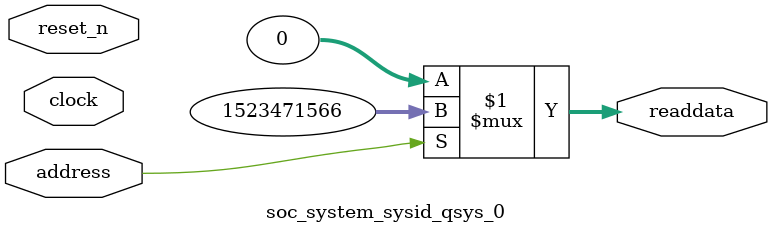
<source format=v>



// synthesis translate_off
`timescale 1ns / 1ps
// synthesis translate_on

// turn off superfluous verilog processor warnings 
// altera message_level Level1 
// altera message_off 10034 10035 10036 10037 10230 10240 10030 

module soc_system_sysid_qsys_0 (
               // inputs:
                address,
                clock,
                reset_n,

               // outputs:
                readdata
             )
;

  output  [ 31: 0] readdata;
  input            address;
  input            clock;
  input            reset_n;

  wire    [ 31: 0] readdata;
  //control_slave, which is an e_avalon_slave
  assign readdata = address ? 1523471566 : 0;

endmodule



</source>
